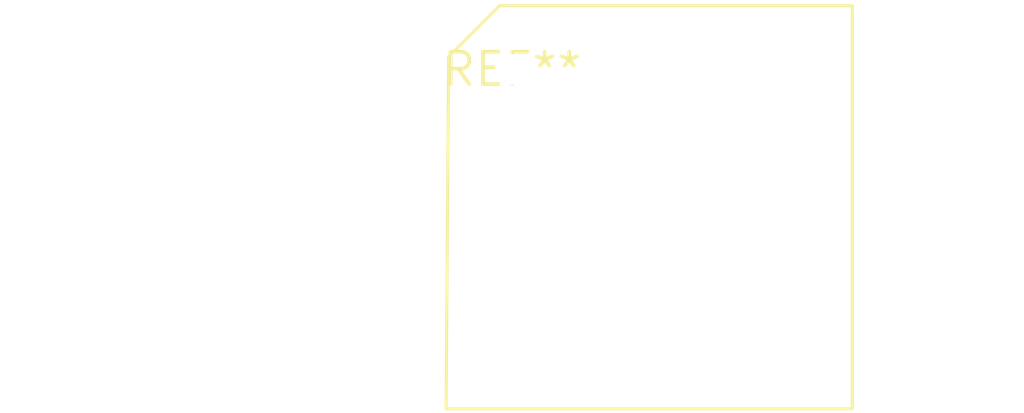
<source format=kicad_pcb>
(kicad_pcb (version 20240108) (generator pcbnew)
  (layers (0 "F.Cu" signal) (31 "B.Cu" signal) (34 "B.Paste" user) (35 "F.Paste" user) (36 "B.SilkS" user "B.Silkscreen") (37 "F.SilkS" user "F.Silkscreen") (38 "B.Mask" user) (39 "F.Mask" user) (44 "Edge.Cuts" user))
  (net 0 "")
  (footprint "Diode_Bridge_15.7x15.7x6.3mm_P10.8mm" (layer "F.Cu") (at 0 0)
    (property "Reference" "REF**")
    (property "Value" "Diode_Bridge_15.7x15.7x6.3mm_P10.8mm")
    (fp_line (start -2.6 13.35) (end -2.5 -0.5) (layer "F.SilkS") (stroke (width 0.12)))
    (fp_line (start -2.5 -0.5) (end -0.5 -2.5) (layer "F.SilkS") (stroke (width 0.12)))
    (fp_line (start -0.5 -2.5) (end 13.35 -2.5) (layer "F.SilkS") (stroke (width 0.12)))
    (fp_line (start 13.3 13.35) (end -2.6 13.35) (layer "F.SilkS") (stroke (width 0.12)))
    (fp_line (start 13.35 -2.5) (end 13.35 13.35) (layer "F.SilkS") (stroke (width 0.12)))
    (pad "1" thru_hole rect (at 0 0 180) (size 2.4 2.4) (drill 1.2) (layers *.Cu *.Mask) (remove_unused_layers))
    (pad "2" thru_hole circle (at 0.1 10.8 180) (size 2.4 2.4) (drill 1.2) (layers *.Cu *.Mask) (remove_unused_layers))
    (pad "3" thru_hole circle (at 10.8 10.8 180) (size 2.4 2.4) (drill 1.2) (layers *.Cu *.Mask) (remove_unused_layers))
    (pad "4" thru_hole circle (at 10.8 0 180) (size 2.4 2.4) (drill 1.2) (layers *.Cu *.Mask) (remove_unused_layers))
  )
)
</source>
